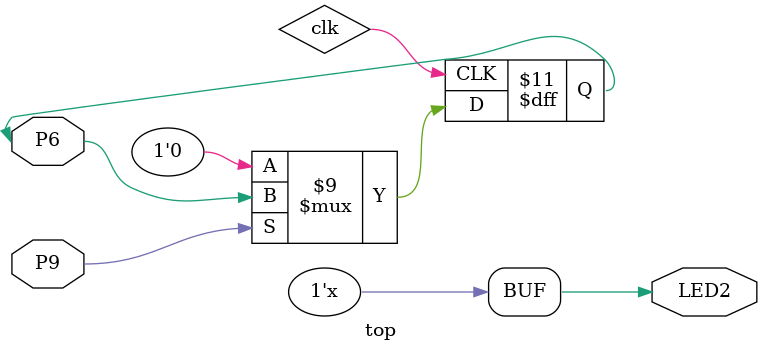
<source format=v>
module top(inout P6, input P9, output LED2);

    reg [1:0] temp;
    assign LED2 = temp[2];
    always @(posedge clk) begin
        if (P9 == 1) begin
            temp <= temp << P6;
        end
        else begin
            P6 <= temp << 1;
        end
    end

endmodule
</source>
